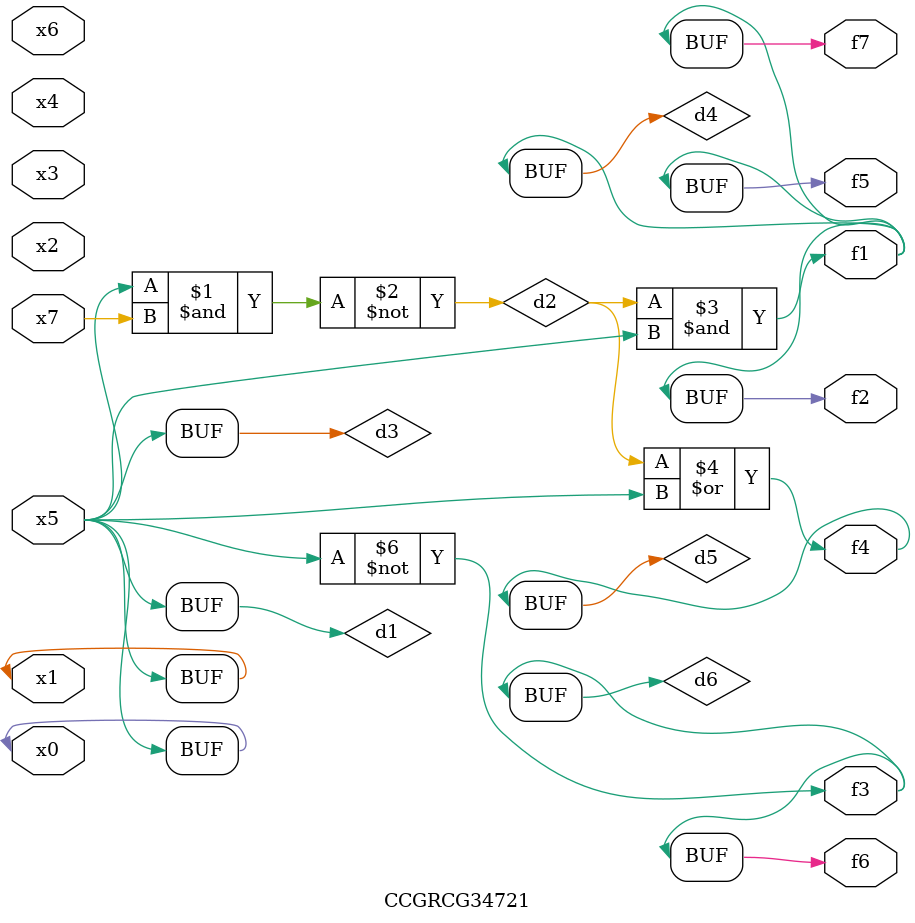
<source format=v>
module CCGRCG34721(
	input x0, x1, x2, x3, x4, x5, x6, x7,
	output f1, f2, f3, f4, f5, f6, f7
);

	wire d1, d2, d3, d4, d5, d6;

	buf (d1, x0, x5);
	nand (d2, x5, x7);
	buf (d3, x0, x1);
	and (d4, d2, d3);
	or (d5, d2, d3);
	nor (d6, d1, d3);
	assign f1 = d4;
	assign f2 = d4;
	assign f3 = d6;
	assign f4 = d5;
	assign f5 = d4;
	assign f6 = d6;
	assign f7 = d4;
endmodule

</source>
